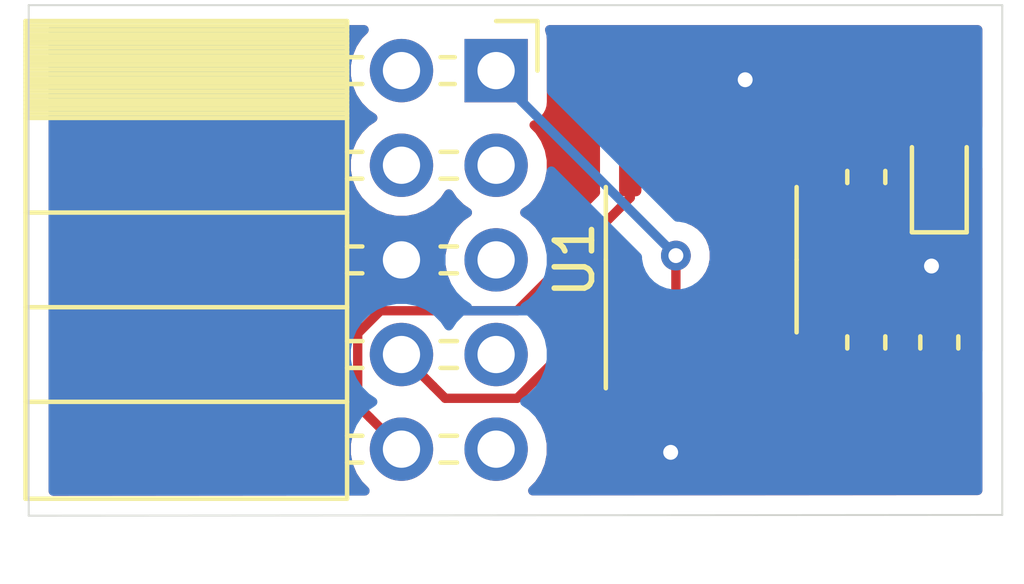
<source format=kicad_pcb>
(kicad_pcb (version 20171130) (host pcbnew 5.1.5)

  (general
    (thickness 1.6)
    (drawings 6)
    (tracks 36)
    (zones 0)
    (modules 6)
    (nets 16)
  )

  (page USLetter)
  (title_block
    (title "Cluster LUKS Key")
    (date 2019-12-26)
    (rev v01)
    (company "Brian Salcedo")
  )

  (layers
    (0 F.Cu signal)
    (31 B.Cu signal)
    (32 B.Adhes user)
    (33 F.Adhes user)
    (34 B.Paste user)
    (35 F.Paste user)
    (36 B.SilkS user)
    (37 F.SilkS user)
    (38 B.Mask user)
    (39 F.Mask user)
    (40 Dwgs.User user)
    (41 Cmts.User user)
    (42 Eco1.User user)
    (43 Eco2.User user)
    (44 Edge.Cuts user)
    (45 Margin user)
    (46 B.CrtYd user)
    (47 F.CrtYd user)
    (48 B.Fab user)
    (49 F.Fab user)
  )

  (setup
    (last_trace_width 0.25)
    (user_trace_width 0.125)
    (user_trace_width 0.2)
    (trace_clearance 0.2)
    (zone_clearance 0.508)
    (zone_45_only no)
    (trace_min 0.0889)
    (via_size 0.8)
    (via_drill 0.4)
    (via_min_size 0.4)
    (via_min_drill 0.3)
    (uvia_size 0.3)
    (uvia_drill 0.1)
    (uvias_allowed no)
    (uvia_min_size 0.2)
    (uvia_min_drill 0.1)
    (edge_width 0.05)
    (segment_width 0.2)
    (pcb_text_width 0.3)
    (pcb_text_size 1.5 1.5)
    (mod_edge_width 0.12)
    (mod_text_size 1 1)
    (mod_text_width 0.15)
    (pad_size 1.524 1.524)
    (pad_drill 0.762)
    (pad_to_mask_clearance 0.051)
    (solder_mask_min_width 0.25)
    (aux_axis_origin 0 0)
    (visible_elements FFFFFF7F)
    (pcbplotparams
      (layerselection 0x010fc_ffffffff)
      (usegerberextensions false)
      (usegerberattributes false)
      (usegerberadvancedattributes false)
      (creategerberjobfile false)
      (excludeedgelayer true)
      (linewidth 0.100000)
      (plotframeref false)
      (viasonmask false)
      (mode 1)
      (useauxorigin false)
      (hpglpennumber 1)
      (hpglpenspeed 20)
      (hpglpendiameter 15.000000)
      (psnegative false)
      (psa4output false)
      (plotreference true)
      (plotvalue true)
      (plotinvisibletext false)
      (padsonsilk false)
      (subtractmaskfromsilk false)
      (outputformat 1)
      (mirror false)
      (drillshape 0)
      (scaleselection 1)
      (outputdirectory ""))
  )

  (net 0 "")
  (net 1 GND)
  (net 2 +3V3)
  (net 3 "Net-(D1-Pad2)")
  (net 4 /USART1_TX)
  (net 5 /USART1_RX)
  (net 6 "Net-(J1-Pad7)")
  (net 7 "Net-(J1-Pad5)")
  (net 8 "Net-(J1-Pad4)")
  (net 9 "Net-(J1-Pad3)")
  (net 10 "Net-(J1-Pad2)")
  (net 11 /PA12)
  (net 12 /PA13)
  (net 13 /PB0)
  (net 14 /PF2)
  (net 15 "Net-(J1-Pad9)")

  (net_class Default "This is the default net class."
    (clearance 0.2)
    (trace_width 0.25)
    (via_dia 0.8)
    (via_drill 0.4)
    (uvia_dia 0.3)
    (uvia_drill 0.1)
    (add_net +3V3)
    (add_net /PA12)
    (add_net /PA13)
    (add_net /PB0)
    (add_net /PF2)
    (add_net /USART1_RX)
    (add_net /USART1_TX)
    (add_net GND)
    (add_net "Net-(D1-Pad2)")
    (add_net "Net-(J1-Pad2)")
    (add_net "Net-(J1-Pad3)")
    (add_net "Net-(J1-Pad4)")
    (add_net "Net-(J1-Pad5)")
    (add_net "Net-(J1-Pad7)")
    (add_net "Net-(J1-Pad9)")
  )

  (module Capacitor_SMD:C_0603_1608Metric (layer F.Cu) (tedit 5B301BBE) (tstamp 5E095114)
    (at 167.21 103.05 90)
    (descr "Capacitor SMD 0603 (1608 Metric), square (rectangular) end terminal, IPC_7351 nominal, (Body size source: http://www.tortai-tech.com/upload/download/2011102023233369053.pdf), generated with kicad-footprint-generator")
    (tags capacitor)
    (path /5EB1D4FB)
    (attr smd)
    (fp_text reference C1 (at 0 -1.43 90) (layer F.SilkS) hide
      (effects (font (size 1 1) (thickness 0.15)))
    )
    (fp_text value 4.7uF (at 0 1.43 90) (layer F.Fab)
      (effects (font (size 1 1) (thickness 0.15)))
    )
    (fp_line (start -0.8 0.4) (end -0.8 -0.4) (layer F.Fab) (width 0.1))
    (fp_line (start -0.8 -0.4) (end 0.8 -0.4) (layer F.Fab) (width 0.1))
    (fp_line (start 0.8 -0.4) (end 0.8 0.4) (layer F.Fab) (width 0.1))
    (fp_line (start 0.8 0.4) (end -0.8 0.4) (layer F.Fab) (width 0.1))
    (fp_line (start -0.162779 -0.51) (end 0.162779 -0.51) (layer F.SilkS) (width 0.12))
    (fp_line (start -0.162779 0.51) (end 0.162779 0.51) (layer F.SilkS) (width 0.12))
    (fp_line (start -1.48 0.73) (end -1.48 -0.73) (layer F.CrtYd) (width 0.05))
    (fp_line (start -1.48 -0.73) (end 1.48 -0.73) (layer F.CrtYd) (width 0.05))
    (fp_line (start 1.48 -0.73) (end 1.48 0.73) (layer F.CrtYd) (width 0.05))
    (fp_line (start 1.48 0.73) (end -1.48 0.73) (layer F.CrtYd) (width 0.05))
    (fp_text user %R (at 0 0 90) (layer F.Fab)
      (effects (font (size 0.4 0.4) (thickness 0.06)))
    )
    (pad 1 smd roundrect (at -0.7875 0 90) (size 0.875 0.95) (layers F.Cu F.Paste F.Mask) (roundrect_rratio 0.25)
      (net 2 +3V3))
    (pad 2 smd roundrect (at 0.7875 0 90) (size 0.875 0.95) (layers F.Cu F.Paste F.Mask) (roundrect_rratio 0.25)
      (net 1 GND))
    (model ${KISYS3DMOD}/Capacitor_SMD.3dshapes/C_0603_1608Metric.wrl
      (at (xyz 0 0 0))
      (scale (xyz 1 1 1))
      (rotate (xyz 0 0 0))
    )
  )

  (module Capacitor_SMD:C_0603_1608Metric (layer F.Cu) (tedit 5B301BBE) (tstamp 5E094DA3)
    (at 165.25 103.05 90)
    (descr "Capacitor SMD 0603 (1608 Metric), square (rectangular) end terminal, IPC_7351 nominal, (Body size source: http://www.tortai-tech.com/upload/download/2011102023233369053.pdf), generated with kicad-footprint-generator")
    (tags capacitor)
    (path /5EB1D6E1)
    (attr smd)
    (fp_text reference C2 (at 0 -1.43 90) (layer F.SilkS) hide
      (effects (font (size 1 1) (thickness 0.15)))
    )
    (fp_text value 0.1uF (at 0 1.43 90) (layer F.Fab)
      (effects (font (size 1 1) (thickness 0.15)))
    )
    (fp_text user %R (at 0 0 90) (layer F.Fab)
      (effects (font (size 0.4 0.4) (thickness 0.06)))
    )
    (fp_line (start 1.48 0.73) (end -1.48 0.73) (layer F.CrtYd) (width 0.05))
    (fp_line (start 1.48 -0.73) (end 1.48 0.73) (layer F.CrtYd) (width 0.05))
    (fp_line (start -1.48 -0.73) (end 1.48 -0.73) (layer F.CrtYd) (width 0.05))
    (fp_line (start -1.48 0.73) (end -1.48 -0.73) (layer F.CrtYd) (width 0.05))
    (fp_line (start -0.162779 0.51) (end 0.162779 0.51) (layer F.SilkS) (width 0.12))
    (fp_line (start -0.162779 -0.51) (end 0.162779 -0.51) (layer F.SilkS) (width 0.12))
    (fp_line (start 0.8 0.4) (end -0.8 0.4) (layer F.Fab) (width 0.1))
    (fp_line (start 0.8 -0.4) (end 0.8 0.4) (layer F.Fab) (width 0.1))
    (fp_line (start -0.8 -0.4) (end 0.8 -0.4) (layer F.Fab) (width 0.1))
    (fp_line (start -0.8 0.4) (end -0.8 -0.4) (layer F.Fab) (width 0.1))
    (pad 2 smd roundrect (at 0.7875 0 90) (size 0.875 0.95) (layers F.Cu F.Paste F.Mask) (roundrect_rratio 0.25)
      (net 1 GND))
    (pad 1 smd roundrect (at -0.7875 0 90) (size 0.875 0.95) (layers F.Cu F.Paste F.Mask) (roundrect_rratio 0.25)
      (net 2 +3V3))
    (model ${KISYS3DMOD}/Capacitor_SMD.3dshapes/C_0603_1608Metric.wrl
      (at (xyz 0 0 0))
      (scale (xyz 1 1 1))
      (rotate (xyz 0 0 0))
    )
  )

  (module LED_SMD:LED_0603_1608Metric (layer F.Cu) (tedit 5B301BBE) (tstamp 5E094DB6)
    (at 167.21 98.61 90)
    (descr "LED SMD 0603 (1608 Metric), square (rectangular) end terminal, IPC_7351 nominal, (Body size source: http://www.tortai-tech.com/upload/download/2011102023233369053.pdf), generated with kicad-footprint-generator")
    (tags diode)
    (path /5EB23070)
    (attr smd)
    (fp_text reference D1 (at 0 -1.43 90) (layer F.SilkS) hide
      (effects (font (size 1 1) (thickness 0.15)))
    )
    (fp_text value Blue (at 0 1.43 90) (layer F.Fab)
      (effects (font (size 1 1) (thickness 0.15)))
    )
    (fp_line (start 0.8 -0.4) (end -0.5 -0.4) (layer F.Fab) (width 0.1))
    (fp_line (start -0.5 -0.4) (end -0.8 -0.1) (layer F.Fab) (width 0.1))
    (fp_line (start -0.8 -0.1) (end -0.8 0.4) (layer F.Fab) (width 0.1))
    (fp_line (start -0.8 0.4) (end 0.8 0.4) (layer F.Fab) (width 0.1))
    (fp_line (start 0.8 0.4) (end 0.8 -0.4) (layer F.Fab) (width 0.1))
    (fp_line (start 0.8 -0.735) (end -1.485 -0.735) (layer F.SilkS) (width 0.12))
    (fp_line (start -1.485 -0.735) (end -1.485 0.735) (layer F.SilkS) (width 0.12))
    (fp_line (start -1.485 0.735) (end 0.8 0.735) (layer F.SilkS) (width 0.12))
    (fp_line (start -1.48 0.73) (end -1.48 -0.73) (layer F.CrtYd) (width 0.05))
    (fp_line (start -1.48 -0.73) (end 1.48 -0.73) (layer F.CrtYd) (width 0.05))
    (fp_line (start 1.48 -0.73) (end 1.48 0.73) (layer F.CrtYd) (width 0.05))
    (fp_line (start 1.48 0.73) (end -1.48 0.73) (layer F.CrtYd) (width 0.05))
    (fp_text user %R (at 0 0 90) (layer F.Fab)
      (effects (font (size 0.4 0.4) (thickness 0.06)))
    )
    (pad 1 smd roundrect (at -0.7875 0 90) (size 0.875 0.95) (layers F.Cu F.Paste F.Mask) (roundrect_rratio 0.25)
      (net 1 GND))
    (pad 2 smd roundrect (at 0.7875 0 90) (size 0.875 0.95) (layers F.Cu F.Paste F.Mask) (roundrect_rratio 0.25)
      (net 3 "Net-(D1-Pad2)"))
    (model ${KISYS3DMOD}/LED_SMD.3dshapes/LED_0603_1608Metric.wrl
      (at (xyz 0 0 0))
      (scale (xyz 1 1 1))
      (rotate (xyz 0 0 0))
    )
  )

  (module Connector_PinSocket_2.54mm:PinSocket_2x05_P2.54mm_Horizontal (layer F.Cu) (tedit 5A19A422) (tstamp 5E094E10)
    (at 155.315001 95.755001)
    (descr "Through hole angled socket strip, 2x05, 2.54mm pitch, 8.51mm socket length, double cols (from Kicad 4.0.7), script generated")
    (tags "Through hole angled socket strip THT 2x05 2.54mm double row")
    (path /5EB3232E)
    (fp_text reference J1 (at -5.65 -2.77) (layer F.SilkS) hide
      (effects (font (size 1 1) (thickness 0.15)))
    )
    (fp_text value "PI-2 Bus" (at -5.65 12.93) (layer F.Fab)
      (effects (font (size 1 1) (thickness 0.15)))
    )
    (fp_line (start -12.57 -1.27) (end -5.03 -1.27) (layer F.Fab) (width 0.1))
    (fp_line (start -5.03 -1.27) (end -4.06 -0.3) (layer F.Fab) (width 0.1))
    (fp_line (start -4.06 -0.3) (end -4.06 11.43) (layer F.Fab) (width 0.1))
    (fp_line (start -4.06 11.43) (end -12.57 11.43) (layer F.Fab) (width 0.1))
    (fp_line (start -12.57 11.43) (end -12.57 -1.27) (layer F.Fab) (width 0.1))
    (fp_line (start 0 -0.3) (end -4.06 -0.3) (layer F.Fab) (width 0.1))
    (fp_line (start -4.06 0.3) (end 0 0.3) (layer F.Fab) (width 0.1))
    (fp_line (start 0 0.3) (end 0 -0.3) (layer F.Fab) (width 0.1))
    (fp_line (start 0 2.24) (end -4.06 2.24) (layer F.Fab) (width 0.1))
    (fp_line (start -4.06 2.84) (end 0 2.84) (layer F.Fab) (width 0.1))
    (fp_line (start 0 2.84) (end 0 2.24) (layer F.Fab) (width 0.1))
    (fp_line (start 0 4.78) (end -4.06 4.78) (layer F.Fab) (width 0.1))
    (fp_line (start -4.06 5.38) (end 0 5.38) (layer F.Fab) (width 0.1))
    (fp_line (start 0 5.38) (end 0 4.78) (layer F.Fab) (width 0.1))
    (fp_line (start 0 7.32) (end -4.06 7.32) (layer F.Fab) (width 0.1))
    (fp_line (start -4.06 7.92) (end 0 7.92) (layer F.Fab) (width 0.1))
    (fp_line (start 0 7.92) (end 0 7.32) (layer F.Fab) (width 0.1))
    (fp_line (start 0 9.86) (end -4.06 9.86) (layer F.Fab) (width 0.1))
    (fp_line (start -4.06 10.46) (end 0 10.46) (layer F.Fab) (width 0.1))
    (fp_line (start 0 10.46) (end 0 9.86) (layer F.Fab) (width 0.1))
    (fp_line (start -12.63 -1.21) (end -4 -1.21) (layer F.SilkS) (width 0.12))
    (fp_line (start -12.63 -1.091905) (end -4 -1.091905) (layer F.SilkS) (width 0.12))
    (fp_line (start -12.63 -0.97381) (end -4 -0.97381) (layer F.SilkS) (width 0.12))
    (fp_line (start -12.63 -0.855715) (end -4 -0.855715) (layer F.SilkS) (width 0.12))
    (fp_line (start -12.63 -0.73762) (end -4 -0.73762) (layer F.SilkS) (width 0.12))
    (fp_line (start -12.63 -0.619525) (end -4 -0.619525) (layer F.SilkS) (width 0.12))
    (fp_line (start -12.63 -0.50143) (end -4 -0.50143) (layer F.SilkS) (width 0.12))
    (fp_line (start -12.63 -0.383335) (end -4 -0.383335) (layer F.SilkS) (width 0.12))
    (fp_line (start -12.63 -0.26524) (end -4 -0.26524) (layer F.SilkS) (width 0.12))
    (fp_line (start -12.63 -0.147145) (end -4 -0.147145) (layer F.SilkS) (width 0.12))
    (fp_line (start -12.63 -0.02905) (end -4 -0.02905) (layer F.SilkS) (width 0.12))
    (fp_line (start -12.63 0.089045) (end -4 0.089045) (layer F.SilkS) (width 0.12))
    (fp_line (start -12.63 0.20714) (end -4 0.20714) (layer F.SilkS) (width 0.12))
    (fp_line (start -12.63 0.325235) (end -4 0.325235) (layer F.SilkS) (width 0.12))
    (fp_line (start -12.63 0.44333) (end -4 0.44333) (layer F.SilkS) (width 0.12))
    (fp_line (start -12.63 0.561425) (end -4 0.561425) (layer F.SilkS) (width 0.12))
    (fp_line (start -12.63 0.67952) (end -4 0.67952) (layer F.SilkS) (width 0.12))
    (fp_line (start -12.63 0.797615) (end -4 0.797615) (layer F.SilkS) (width 0.12))
    (fp_line (start -12.63 0.91571) (end -4 0.91571) (layer F.SilkS) (width 0.12))
    (fp_line (start -12.63 1.033805) (end -4 1.033805) (layer F.SilkS) (width 0.12))
    (fp_line (start -12.63 1.1519) (end -4 1.1519) (layer F.SilkS) (width 0.12))
    (fp_line (start -4 -0.36) (end -3.59 -0.36) (layer F.SilkS) (width 0.12))
    (fp_line (start -1.49 -0.36) (end -1.11 -0.36) (layer F.SilkS) (width 0.12))
    (fp_line (start -4 0.36) (end -3.59 0.36) (layer F.SilkS) (width 0.12))
    (fp_line (start -1.49 0.36) (end -1.11 0.36) (layer F.SilkS) (width 0.12))
    (fp_line (start -4 2.18) (end -3.59 2.18) (layer F.SilkS) (width 0.12))
    (fp_line (start -1.49 2.18) (end -1.05 2.18) (layer F.SilkS) (width 0.12))
    (fp_line (start -4 2.9) (end -3.59 2.9) (layer F.SilkS) (width 0.12))
    (fp_line (start -1.49 2.9) (end -1.05 2.9) (layer F.SilkS) (width 0.12))
    (fp_line (start -4 4.72) (end -3.59 4.72) (layer F.SilkS) (width 0.12))
    (fp_line (start -1.49 4.72) (end -1.05 4.72) (layer F.SilkS) (width 0.12))
    (fp_line (start -4 5.44) (end -3.59 5.44) (layer F.SilkS) (width 0.12))
    (fp_line (start -1.49 5.44) (end -1.05 5.44) (layer F.SilkS) (width 0.12))
    (fp_line (start -4 7.26) (end -3.59 7.26) (layer F.SilkS) (width 0.12))
    (fp_line (start -1.49 7.26) (end -1.05 7.26) (layer F.SilkS) (width 0.12))
    (fp_line (start -4 7.98) (end -3.59 7.98) (layer F.SilkS) (width 0.12))
    (fp_line (start -1.49 7.98) (end -1.05 7.98) (layer F.SilkS) (width 0.12))
    (fp_line (start -4 9.8) (end -3.59 9.8) (layer F.SilkS) (width 0.12))
    (fp_line (start -1.49 9.8) (end -1.05 9.8) (layer F.SilkS) (width 0.12))
    (fp_line (start -4 10.52) (end -3.59 10.52) (layer F.SilkS) (width 0.12))
    (fp_line (start -1.49 10.52) (end -1.05 10.52) (layer F.SilkS) (width 0.12))
    (fp_line (start -12.63 1.27) (end -4 1.27) (layer F.SilkS) (width 0.12))
    (fp_line (start -12.63 3.81) (end -4 3.81) (layer F.SilkS) (width 0.12))
    (fp_line (start -12.63 6.35) (end -4 6.35) (layer F.SilkS) (width 0.12))
    (fp_line (start -12.63 8.89) (end -4 8.89) (layer F.SilkS) (width 0.12))
    (fp_line (start -12.63 -1.33) (end -4 -1.33) (layer F.SilkS) (width 0.12))
    (fp_line (start -4 -1.33) (end -4 11.49) (layer F.SilkS) (width 0.12))
    (fp_line (start -12.63 11.49) (end -4 11.49) (layer F.SilkS) (width 0.12))
    (fp_line (start -12.63 -1.33) (end -12.63 11.49) (layer F.SilkS) (width 0.12))
    (fp_line (start 1.11 -1.33) (end 1.11 0) (layer F.SilkS) (width 0.12))
    (fp_line (start 0 -1.33) (end 1.11 -1.33) (layer F.SilkS) (width 0.12))
    (fp_line (start 1.8 -1.75) (end -13.05 -1.75) (layer F.CrtYd) (width 0.05))
    (fp_line (start -13.05 -1.75) (end -13.05 11.95) (layer F.CrtYd) (width 0.05))
    (fp_line (start -13.05 11.95) (end 1.8 11.95) (layer F.CrtYd) (width 0.05))
    (fp_line (start 1.8 11.95) (end 1.8 -1.75) (layer F.CrtYd) (width 0.05))
    (fp_text user %R (at -8.315 5.08 90) (layer F.Fab)
      (effects (font (size 1 1) (thickness 0.15)))
    )
    (pad 1 thru_hole rect (at 0 0) (size 1.7 1.7) (drill 1) (layers *.Cu *.Mask)
      (net 2 +3V3))
    (pad 2 thru_hole oval (at -2.54 0) (size 1.7 1.7) (drill 1) (layers *.Cu *.Mask)
      (net 10 "Net-(J1-Pad2)"))
    (pad 3 thru_hole oval (at 0 2.54) (size 1.7 1.7) (drill 1) (layers *.Cu *.Mask)
      (net 9 "Net-(J1-Pad3)"))
    (pad 4 thru_hole oval (at -2.54 2.54) (size 1.7 1.7) (drill 1) (layers *.Cu *.Mask)
      (net 8 "Net-(J1-Pad4)"))
    (pad 5 thru_hole oval (at 0 5.08) (size 1.7 1.7) (drill 1) (layers *.Cu *.Mask)
      (net 7 "Net-(J1-Pad5)"))
    (pad 6 thru_hole oval (at -2.54 5.08) (size 1.7 1.7) (drill 1) (layers *.Cu *.Mask)
      (net 1 GND))
    (pad 7 thru_hole oval (at 0 7.62) (size 1.7 1.7) (drill 1) (layers *.Cu *.Mask)
      (net 6 "Net-(J1-Pad7)"))
    (pad 8 thru_hole oval (at -2.54 7.62) (size 1.7 1.7) (drill 1) (layers *.Cu *.Mask)
      (net 5 /USART1_RX))
    (pad 9 thru_hole oval (at 0 10.16) (size 1.7 1.7) (drill 1) (layers *.Cu *.Mask)
      (net 15 "Net-(J1-Pad9)"))
    (pad 10 thru_hole oval (at -2.54 10.16) (size 1.7 1.7) (drill 1) (layers *.Cu *.Mask)
      (net 4 /USART1_TX))
    (model ${KISYS3DMOD}/Connector_PinSocket_2.54mm.3dshapes/PinSocket_2x05_P2.54mm_Horizontal.wrl
      (at (xyz 0 0 0))
      (scale (xyz 1 1 1))
      (rotate (xyz 0 0 0))
    )
  )

  (module Resistor_SMD:R_0603_1608Metric (layer F.Cu) (tedit 5B301BBD) (tstamp 5E094E21)
    (at 165.25 98.61 270)
    (descr "Resistor SMD 0603 (1608 Metric), square (rectangular) end terminal, IPC_7351 nominal, (Body size source: http://www.tortai-tech.com/upload/download/2011102023233369053.pdf), generated with kicad-footprint-generator")
    (tags resistor)
    (path /5EB2209E)
    (attr smd)
    (fp_text reference R1 (at 0 -1.43 90) (layer F.SilkS) hide
      (effects (font (size 1 1) (thickness 0.15)))
    )
    (fp_text value 1K (at 0 1.43 90) (layer F.Fab)
      (effects (font (size 1 1) (thickness 0.15)))
    )
    (fp_line (start -0.8 0.4) (end -0.8 -0.4) (layer F.Fab) (width 0.1))
    (fp_line (start -0.8 -0.4) (end 0.8 -0.4) (layer F.Fab) (width 0.1))
    (fp_line (start 0.8 -0.4) (end 0.8 0.4) (layer F.Fab) (width 0.1))
    (fp_line (start 0.8 0.4) (end -0.8 0.4) (layer F.Fab) (width 0.1))
    (fp_line (start -0.162779 -0.51) (end 0.162779 -0.51) (layer F.SilkS) (width 0.12))
    (fp_line (start -0.162779 0.51) (end 0.162779 0.51) (layer F.SilkS) (width 0.12))
    (fp_line (start -1.48 0.73) (end -1.48 -0.73) (layer F.CrtYd) (width 0.05))
    (fp_line (start -1.48 -0.73) (end 1.48 -0.73) (layer F.CrtYd) (width 0.05))
    (fp_line (start 1.48 -0.73) (end 1.48 0.73) (layer F.CrtYd) (width 0.05))
    (fp_line (start 1.48 0.73) (end -1.48 0.73) (layer F.CrtYd) (width 0.05))
    (fp_text user %R (at 0 0 90) (layer F.Fab)
      (effects (font (size 0.4 0.4) (thickness 0.06)))
    )
    (pad 1 smd roundrect (at -0.7875 0 270) (size 0.875 0.95) (layers F.Cu F.Paste F.Mask) (roundrect_rratio 0.25)
      (net 3 "Net-(D1-Pad2)"))
    (pad 2 smd roundrect (at 0.7875 0 270) (size 0.875 0.95) (layers F.Cu F.Paste F.Mask) (roundrect_rratio 0.25)
      (net 11 /PA12))
    (model ${KISYS3DMOD}/Resistor_SMD.3dshapes/R_0603_1608Metric.wrl
      (at (xyz 0 0 0))
      (scale (xyz 1 1 1))
      (rotate (xyz 0 0 0))
    )
  )

  (module Package_SO:SO-8_3.9x4.9mm_P1.27mm (layer F.Cu) (tedit 5D9F72B1) (tstamp 5E094E3B)
    (at 160.82 100.83 90)
    (descr "SO, 8 Pin (https://www.nxp.com/docs/en/data-sheet/PCF8523.pdf), generated with kicad-footprint-generator ipc_gullwing_generator.py")
    (tags "SO SO")
    (path /5EB1D020)
    (attr smd)
    (fp_text reference U1 (at 0 -3.4 90) (layer F.SilkS)
      (effects (font (size 1 1) (thickness 0.15)))
    )
    (fp_text value STM32G030J6Mx (at 0 3.4 90) (layer F.Fab)
      (effects (font (size 1 1) (thickness 0.15)))
    )
    (fp_line (start 0 2.56) (end 1.95 2.56) (layer F.SilkS) (width 0.12))
    (fp_line (start 0 2.56) (end -1.95 2.56) (layer F.SilkS) (width 0.12))
    (fp_line (start 0 -2.56) (end 1.95 -2.56) (layer F.SilkS) (width 0.12))
    (fp_line (start 0 -2.56) (end -3.45 -2.56) (layer F.SilkS) (width 0.12))
    (fp_line (start -0.975 -2.45) (end 1.95 -2.45) (layer F.Fab) (width 0.1))
    (fp_line (start 1.95 -2.45) (end 1.95 2.45) (layer F.Fab) (width 0.1))
    (fp_line (start 1.95 2.45) (end -1.95 2.45) (layer F.Fab) (width 0.1))
    (fp_line (start -1.95 2.45) (end -1.95 -1.475) (layer F.Fab) (width 0.1))
    (fp_line (start -1.95 -1.475) (end -0.975 -2.45) (layer F.Fab) (width 0.1))
    (fp_line (start -3.7 -2.7) (end -3.7 2.7) (layer F.CrtYd) (width 0.05))
    (fp_line (start -3.7 2.7) (end 3.7 2.7) (layer F.CrtYd) (width 0.05))
    (fp_line (start 3.7 2.7) (end 3.7 -2.7) (layer F.CrtYd) (width 0.05))
    (fp_line (start 3.7 -2.7) (end -3.7 -2.7) (layer F.CrtYd) (width 0.05))
    (fp_text user %R (at 0 0 90) (layer F.Fab)
      (effects (font (size 0.98 0.98) (thickness 0.15)))
    )
    (pad 1 smd roundrect (at -2.575 -1.905 90) (size 1.75 0.6) (layers F.Cu F.Paste F.Mask) (roundrect_rratio 0.25)
      (net 5 /USART1_RX))
    (pad 2 smd roundrect (at -2.575 -0.635 90) (size 1.75 0.6) (layers F.Cu F.Paste F.Mask) (roundrect_rratio 0.25)
      (net 2 +3V3))
    (pad 3 smd roundrect (at -2.575 0.635 90) (size 1.75 0.6) (layers F.Cu F.Paste F.Mask) (roundrect_rratio 0.25)
      (net 1 GND))
    (pad 4 smd roundrect (at -2.575 1.905 90) (size 1.75 0.6) (layers F.Cu F.Paste F.Mask) (roundrect_rratio 0.25)
      (net 14 /PF2))
    (pad 5 smd roundrect (at 2.575 1.905 90) (size 1.75 0.6) (layers F.Cu F.Paste F.Mask) (roundrect_rratio 0.25)
      (net 13 /PB0))
    (pad 6 smd roundrect (at 2.575 0.635 90) (size 1.75 0.6) (layers F.Cu F.Paste F.Mask) (roundrect_rratio 0.25)
      (net 11 /PA12))
    (pad 7 smd roundrect (at 2.575 -0.635 90) (size 1.75 0.6) (layers F.Cu F.Paste F.Mask) (roundrect_rratio 0.25)
      (net 12 /PA13))
    (pad 8 smd roundrect (at 2.575 -1.905 90) (size 1.75 0.6) (layers F.Cu F.Paste F.Mask) (roundrect_rratio 0.25)
      (net 4 /USART1_TX))
    (model ${KISYS3DMOD}/Package_SO.3dshapes/SO-8_3.9x4.9mm_P1.27mm.wrl
      (at (xyz 0 0 0))
      (scale (xyz 1 1 1))
      (rotate (xyz 0 0 0))
    )
  )

  (gr_line (start 142.78 94) (end 142.77 94) (layer Edge.Cuts) (width 0.05) (tstamp 5E095502))
  (gr_line (start 168.9 94) (end 168.9 94.03) (layer Edge.Cuts) (width 0.05) (tstamp 5E0954FB))
  (gr_line (start 168.9 94) (end 142.78 94) (layer Edge.Cuts) (width 0.05))
  (gr_line (start 168.9 107.68) (end 168.9 94.03) (layer Edge.Cuts) (width 0.05))
  (gr_line (start 142.77 107.7) (end 168.9 107.68) (layer Edge.Cuts) (width 0.05))
  (gr_line (start 142.77 94) (end 142.77 107.7) (layer Edge.Cuts) (width 0.05))

  (via (at 160 106) (size 0.8) (drill 0.4) (layers F.Cu B.Cu) (net 1))
  (via (at 167 101) (size 0.8) (drill 0.4) (layers F.Cu B.Cu) (net 1))
  (segment (start 156.2 102.2) (end 159.600001 105.600001) (width 0.25) (layer B.Cu) (net 1))
  (segment (start 159.600001 105.600001) (end 160 106) (width 0.25) (layer B.Cu) (net 1))
  (segment (start 154.14 102.2) (end 156.2 102.2) (width 0.25) (layer B.Cu) (net 1))
  (segment (start 152.775001 100.835001) (end 154.14 102.2) (width 0.25) (layer B.Cu) (net 1))
  (via (at 162 96) (size 0.8) (drill 0.4) (layers F.Cu B.Cu) (net 1))
  (via (at 160.14 100.72) (size 0.8) (drill 0.4) (layers F.Cu B.Cu) (net 2))
  (segment (start 167.21 103.8375) (end 165.25 103.8375) (width 0.25) (layer F.Cu) (net 2))
  (segment (start 160.51001 102.20499) (end 160.185 102.53) (width 0.25) (layer F.Cu) (net 2))
  (segment (start 163.14249 102.20499) (end 160.51001 102.20499) (width 0.25) (layer F.Cu) (net 2))
  (segment (start 164.775 103.8375) (end 163.14249 102.20499) (width 0.25) (layer F.Cu) (net 2))
  (segment (start 160.185 102.53) (end 160.185 103.405) (width 0.25) (layer F.Cu) (net 2))
  (segment (start 165.25 103.8375) (end 164.775 103.8375) (width 0.25) (layer F.Cu) (net 2))
  (segment (start 160.14 103.36) (end 160.185 103.405) (width 0.25) (layer F.Cu) (net 2))
  (segment (start 160.14 100.72) (end 160.14 103.36) (width 0.25) (layer F.Cu) (net 2))
  (segment (start 155.315001 95.895001) (end 155.315001 95.755001) (width 0.25) (layer B.Cu) (net 2))
  (segment (start 160.14 100.72) (end 155.315001 95.895001) (width 0.25) (layer B.Cu) (net 2))
  (segment (start 165.25 97.8225) (end 167.21 97.8225) (width 0.25) (layer F.Cu) (net 3))
  (segment (start 151.925002 105.065002) (end 152.775001 105.915001) (width 0.25) (layer F.Cu) (net 4))
  (segment (start 151.6 102.811) (end 151.6 104.74) (width 0.25) (layer F.Cu) (net 4))
  (segment (start 152.211 102.2) (end 151.6 102.811) (width 0.25) (layer F.Cu) (net 4))
  (segment (start 155.879002 102.2) (end 152.211 102.2) (width 0.25) (layer F.Cu) (net 4))
  (segment (start 158.915 99.164002) (end 155.879002 102.2) (width 0.25) (layer F.Cu) (net 4))
  (segment (start 151.6 104.74) (end 151.925002 105.065002) (width 0.25) (layer F.Cu) (net 4))
  (segment (start 158.915 98.255) (end 158.915 99.164002) (width 0.25) (layer F.Cu) (net 4))
  (segment (start 153.625 104.225) (end 152.775001 103.375001) (width 0.25) (layer F.Cu) (net 5))
  (segment (start 155.879002 104.550002) (end 153.950002 104.550002) (width 0.25) (layer F.Cu) (net 5))
  (segment (start 153.950002 104.550002) (end 153.625 104.225) (width 0.25) (layer F.Cu) (net 5))
  (segment (start 157.024004 103.405) (end 155.879002 104.550002) (width 0.25) (layer F.Cu) (net 5))
  (segment (start 158.915 103.405) (end 157.024004 103.405) (width 0.25) (layer F.Cu) (net 5))
  (segment (start 164.71749 99.45501) (end 164.775 99.3975) (width 0.25) (layer F.Cu) (net 11))
  (segment (start 164.775 99.3975) (end 165.25 99.3975) (width 0.25) (layer F.Cu) (net 11))
  (segment (start 161.78001 99.45501) (end 164.71749 99.45501) (width 0.25) (layer F.Cu) (net 11))
  (segment (start 161.455 99.13) (end 161.78001 99.45501) (width 0.25) (layer F.Cu) (net 11))
  (segment (start 161.455 98.255) (end 161.455 99.13) (width 0.25) (layer F.Cu) (net 11))

  (zone (net 1) (net_name GND) (layer F.Cu) (tstamp 5E09578B) (hatch edge 0.508)
    (connect_pads yes (clearance 0.508))
    (min_thickness 0.254)
    (fill yes (arc_segments 32) (thermal_gap 0.508) (thermal_bridge_width 0.508))
    (polygon
      (pts
        (xy 169.04 93.87) (xy 169.04 107.8) (xy 142.48 107.83) (xy 142.47 93.86)
      )
    )
    (filled_polygon
      (pts
        (xy 151.621526 94.808369) (xy 151.459011 95.05159) (xy 151.347069 95.321843) (xy 151.290001 95.608741) (xy 151.290001 95.901261)
        (xy 151.347069 96.188159) (xy 151.459011 96.458412) (xy 151.621526 96.701633) (xy 151.828369 96.908476) (xy 152.002761 97.025001)
        (xy 151.828369 97.141526) (xy 151.621526 97.348369) (xy 151.459011 97.59159) (xy 151.347069 97.861843) (xy 151.290001 98.148741)
        (xy 151.290001 98.441261) (xy 151.347069 98.728159) (xy 151.459011 98.998412) (xy 151.621526 99.241633) (xy 151.828369 99.448476)
        (xy 152.07159 99.610991) (xy 152.341843 99.722933) (xy 152.628741 99.780001) (xy 152.921261 99.780001) (xy 153.208159 99.722933)
        (xy 153.478412 99.610991) (xy 153.721633 99.448476) (xy 153.928476 99.241633) (xy 154.045001 99.067241) (xy 154.161526 99.241633)
        (xy 154.368369 99.448476) (xy 154.542761 99.565001) (xy 154.368369 99.681526) (xy 154.161526 99.888369) (xy 153.999011 100.13159)
        (xy 153.887069 100.401843) (xy 153.830001 100.688741) (xy 153.830001 100.981261) (xy 153.887069 101.268159) (xy 153.958248 101.44)
        (xy 152.248322 101.44) (xy 152.210999 101.436324) (xy 152.173676 101.44) (xy 152.173667 101.44) (xy 152.062014 101.450997)
        (xy 151.918753 101.494454) (xy 151.786724 101.565026) (xy 151.786722 101.565027) (xy 151.786723 101.565027) (xy 151.699996 101.636201)
        (xy 151.699992 101.636205) (xy 151.670999 101.659999) (xy 151.647205 101.688992) (xy 151.089002 102.247197) (xy 151.059999 102.270999)
        (xy 151.004871 102.338174) (xy 150.965026 102.386724) (xy 150.942766 102.428369) (xy 150.894454 102.518754) (xy 150.850997 102.662015)
        (xy 150.84 102.773668) (xy 150.84 102.773678) (xy 150.836324 102.811) (xy 150.84 102.848323) (xy 150.840001 104.702668)
        (xy 150.836324 104.74) (xy 150.840001 104.777333) (xy 150.850998 104.888986) (xy 150.858304 104.913072) (xy 150.894454 105.032246)
        (xy 150.965026 105.164276) (xy 151.036201 105.251002) (xy 151.06 105.280001) (xy 151.088998 105.303799) (xy 151.333792 105.548593)
        (xy 151.290001 105.768741) (xy 151.290001 106.061261) (xy 151.347069 106.348159) (xy 151.459011 106.618412) (xy 151.621526 106.861633)
        (xy 151.792987 107.033094) (xy 143.43 107.039496) (xy 143.43 94.66) (xy 151.769895 94.66)
      )
    )
    (filled_polygon
      (pts
        (xy 161.786928 104.13) (xy 161.802071 104.283745) (xy 161.846916 104.431582) (xy 161.919742 104.567829) (xy 162.017749 104.687251)
        (xy 162.137171 104.785258) (xy 162.273418 104.858084) (xy 162.421255 104.902929) (xy 162.575 104.918072) (xy 162.875 104.918072)
        (xy 163.028745 104.902929) (xy 163.176582 104.858084) (xy 163.312829 104.785258) (xy 163.432251 104.687251) (xy 163.530258 104.567829)
        (xy 163.603084 104.431582) (xy 163.647929 104.283745) (xy 163.663072 104.13) (xy 163.663072 103.800374) (xy 164.18269 104.319992)
        (xy 164.20215 104.384142) (xy 164.281329 104.532275) (xy 164.387885 104.662115) (xy 164.517725 104.768671) (xy 164.665858 104.84785)
        (xy 164.826592 104.896608) (xy 164.99375 104.913072) (xy 165.50625 104.913072) (xy 165.673408 104.896608) (xy 165.834142 104.84785)
        (xy 165.982275 104.768671) (xy 166.112115 104.662115) (xy 166.165143 104.5975) (xy 166.294857 104.5975) (xy 166.347885 104.662115)
        (xy 166.477725 104.768671) (xy 166.625858 104.84785) (xy 166.786592 104.896608) (xy 166.95375 104.913072) (xy 167.46625 104.913072)
        (xy 167.633408 104.896608) (xy 167.794142 104.84785) (xy 167.942275 104.768671) (xy 168.072115 104.662115) (xy 168.178671 104.532275)
        (xy 168.24 104.417536) (xy 168.24 107.020506) (xy 156.300465 107.029644) (xy 156.468476 106.861633) (xy 156.630991 106.618412)
        (xy 156.742933 106.348159) (xy 156.800001 106.061261) (xy 156.800001 105.768741) (xy 156.742933 105.481843) (xy 156.630991 105.21159)
        (xy 156.495296 105.008509) (xy 157.338806 104.165) (xy 157.980375 104.165) (xy 157.992071 104.283745) (xy 158.036916 104.431582)
        (xy 158.109742 104.567829) (xy 158.207749 104.687251) (xy 158.327171 104.785258) (xy 158.463418 104.858084) (xy 158.611255 104.902929)
        (xy 158.765 104.918072) (xy 159.065 104.918072) (xy 159.218745 104.902929) (xy 159.366582 104.858084) (xy 159.502829 104.785258)
        (xy 159.55 104.746546) (xy 159.597171 104.785258) (xy 159.733418 104.858084) (xy 159.881255 104.902929) (xy 160.035 104.918072)
        (xy 160.335 104.918072) (xy 160.488745 104.902929) (xy 160.636582 104.858084) (xy 160.772829 104.785258) (xy 160.892251 104.687251)
        (xy 160.990258 104.567829) (xy 161.063084 104.431582) (xy 161.107929 104.283745) (xy 161.123072 104.13) (xy 161.123072 102.96499)
        (xy 161.786928 102.96499)
      )
    )
    (filled_polygon
      (pts
        (xy 168.24 103.257464) (xy 168.178671 103.142725) (xy 168.072115 103.012885) (xy 167.942275 102.906329) (xy 167.794142 102.82715)
        (xy 167.633408 102.778392) (xy 167.46625 102.761928) (xy 166.95375 102.761928) (xy 166.786592 102.778392) (xy 166.625858 102.82715)
        (xy 166.477725 102.906329) (xy 166.347885 103.012885) (xy 166.294857 103.0775) (xy 166.165143 103.0775) (xy 166.112115 103.012885)
        (xy 165.982275 102.906329) (xy 165.834142 102.82715) (xy 165.673408 102.778392) (xy 165.50625 102.761928) (xy 164.99375 102.761928)
        (xy 164.826592 102.778392) (xy 164.799049 102.786747) (xy 163.706294 101.693993) (xy 163.682491 101.664989) (xy 163.566766 101.570016)
        (xy 163.434737 101.499444) (xy 163.291476 101.455987) (xy 163.179823 101.44499) (xy 163.179812 101.44499) (xy 163.14249 101.441314)
        (xy 163.105168 101.44499) (xy 160.9 101.44499) (xy 160.9 101.423711) (xy 160.943937 101.379774) (xy 161.057205 101.210256)
        (xy 161.135226 101.021898) (xy 161.175 100.821939) (xy 161.175 100.618061) (xy 161.135226 100.418102) (xy 161.057205 100.229744)
        (xy 160.943937 100.060226) (xy 160.799774 99.916063) (xy 160.630256 99.802795) (xy 160.500939 99.74923) (xy 160.636582 99.708084)
        (xy 160.772829 99.635258) (xy 160.82 99.596546) (xy 160.867171 99.635258) (xy 160.901582 99.653651) (xy 160.915 99.670001)
        (xy 160.943998 99.693799) (xy 161.216206 99.966007) (xy 161.240009 99.995011) (xy 161.355734 100.089984) (xy 161.461472 100.146503)
        (xy 161.487763 100.160556) (xy 161.631024 100.204013) (xy 161.78001 100.218687) (xy 161.817343 100.21501) (xy 164.382054 100.21501)
        (xy 164.387885 100.222115) (xy 164.517725 100.328671) (xy 164.665858 100.40785) (xy 164.826592 100.456608) (xy 164.99375 100.473072)
        (xy 165.50625 100.473072) (xy 165.673408 100.456608) (xy 165.834142 100.40785) (xy 165.982275 100.328671) (xy 166.112115 100.222115)
        (xy 166.218671 100.092275) (xy 166.29785 99.944142) (xy 166.346608 99.783408) (xy 166.363072 99.61625) (xy 166.363072 99.17875)
        (xy 166.346608 99.011592) (xy 166.29785 98.850858) (xy 166.218671 98.702725) (xy 166.142574 98.61) (xy 166.165143 98.5825)
        (xy 166.294857 98.5825) (xy 166.347885 98.647115) (xy 166.477725 98.753671) (xy 166.625858 98.83285) (xy 166.786592 98.881608)
        (xy 166.95375 98.898072) (xy 167.46625 98.898072) (xy 167.633408 98.881608) (xy 167.794142 98.83285) (xy 167.942275 98.753671)
        (xy 168.072115 98.647115) (xy 168.178671 98.517275) (xy 168.240001 98.402536)
      )
    )
    (filled_polygon
      (pts
        (xy 168.240001 97.242465) (xy 168.178671 97.127725) (xy 168.072115 96.997885) (xy 167.942275 96.891329) (xy 167.794142 96.81215)
        (xy 167.633408 96.763392) (xy 167.46625 96.746928) (xy 166.95375 96.746928) (xy 166.786592 96.763392) (xy 166.625858 96.81215)
        (xy 166.477725 96.891329) (xy 166.347885 96.997885) (xy 166.294857 97.0625) (xy 166.165143 97.0625) (xy 166.112115 96.997885)
        (xy 165.982275 96.891329) (xy 165.834142 96.81215) (xy 165.673408 96.763392) (xy 165.50625 96.746928) (xy 164.99375 96.746928)
        (xy 164.826592 96.763392) (xy 164.665858 96.81215) (xy 164.517725 96.891329) (xy 164.387885 96.997885) (xy 164.281329 97.127725)
        (xy 164.20215 97.275858) (xy 164.153392 97.436592) (xy 164.136928 97.60375) (xy 164.136928 98.04125) (xy 164.153392 98.208408)
        (xy 164.20215 98.369142) (xy 164.281329 98.517275) (xy 164.357426 98.61) (xy 164.28766 98.69501) (xy 163.663072 98.69501)
        (xy 163.663072 97.53) (xy 163.647929 97.376255) (xy 163.603084 97.228418) (xy 163.530258 97.092171) (xy 163.432251 96.972749)
        (xy 163.312829 96.874742) (xy 163.176582 96.801916) (xy 163.028745 96.757071) (xy 162.875 96.741928) (xy 162.575 96.741928)
        (xy 162.421255 96.757071) (xy 162.273418 96.801916) (xy 162.137171 96.874742) (xy 162.09 96.913454) (xy 162.042829 96.874742)
        (xy 161.906582 96.801916) (xy 161.758745 96.757071) (xy 161.605 96.741928) (xy 161.305 96.741928) (xy 161.151255 96.757071)
        (xy 161.003418 96.801916) (xy 160.867171 96.874742) (xy 160.82 96.913454) (xy 160.772829 96.874742) (xy 160.636582 96.801916)
        (xy 160.488745 96.757071) (xy 160.335 96.741928) (xy 160.035 96.741928) (xy 159.881255 96.757071) (xy 159.733418 96.801916)
        (xy 159.597171 96.874742) (xy 159.55 96.913454) (xy 159.502829 96.874742) (xy 159.366582 96.801916) (xy 159.218745 96.757071)
        (xy 159.065 96.741928) (xy 158.765 96.741928) (xy 158.611255 96.757071) (xy 158.463418 96.801916) (xy 158.327171 96.874742)
        (xy 158.207749 96.972749) (xy 158.109742 97.092171) (xy 158.036916 97.228418) (xy 157.992071 97.376255) (xy 157.976928 97.53)
        (xy 157.976928 98.98) (xy 157.981167 99.023034) (xy 156.70176 100.302441) (xy 156.630991 100.13159) (xy 156.468476 99.888369)
        (xy 156.261633 99.681526) (xy 156.087241 99.565001) (xy 156.261633 99.448476) (xy 156.468476 99.241633) (xy 156.630991 98.998412)
        (xy 156.742933 98.728159) (xy 156.800001 98.441261) (xy 156.800001 98.148741) (xy 156.742933 97.861843) (xy 156.630991 97.59159)
        (xy 156.468476 97.348369) (xy 156.336621 97.216514) (xy 156.409181 97.194503) (xy 156.519495 97.135538) (xy 156.616186 97.056186)
        (xy 156.695538 96.959495) (xy 156.754503 96.849181) (xy 156.790813 96.729483) (xy 156.803073 96.605001) (xy 156.803073 94.905001)
        (xy 156.790813 94.780519) (xy 156.754503 94.660821) (xy 156.754064 94.66) (xy 168.240001 94.66)
      )
    )
  )
  (zone (net 1) (net_name GND) (layer B.Cu) (tstamp 5E095788) (hatch edge 0.508)
    (connect_pads yes (clearance 0.508))
    (min_thickness 0.254)
    (fill yes (arc_segments 32) (thermal_gap 0.508) (thermal_bridge_width 0.508))
    (polygon
      (pts
        (xy 169 108) (xy 142 108) (xy 142 94) (xy 169 94)
      )
    )
    (filled_polygon
      (pts
        (xy 151.621526 94.808369) (xy 151.459011 95.05159) (xy 151.347069 95.321843) (xy 151.290001 95.608741) (xy 151.290001 95.901261)
        (xy 151.347069 96.188159) (xy 151.459011 96.458412) (xy 151.621526 96.701633) (xy 151.828369 96.908476) (xy 152.002761 97.025001)
        (xy 151.828369 97.141526) (xy 151.621526 97.348369) (xy 151.459011 97.59159) (xy 151.347069 97.861843) (xy 151.290001 98.148741)
        (xy 151.290001 98.441261) (xy 151.347069 98.728159) (xy 151.459011 98.998412) (xy 151.621526 99.241633) (xy 151.828369 99.448476)
        (xy 152.07159 99.610991) (xy 152.341843 99.722933) (xy 152.628741 99.780001) (xy 152.921261 99.780001) (xy 153.208159 99.722933)
        (xy 153.478412 99.610991) (xy 153.721633 99.448476) (xy 153.928476 99.241633) (xy 154.045001 99.067241) (xy 154.161526 99.241633)
        (xy 154.368369 99.448476) (xy 154.542761 99.565001) (xy 154.368369 99.681526) (xy 154.161526 99.888369) (xy 153.999011 100.13159)
        (xy 153.887069 100.401843) (xy 153.830001 100.688741) (xy 153.830001 100.981261) (xy 153.887069 101.268159) (xy 153.999011 101.538412)
        (xy 154.161526 101.781633) (xy 154.368369 101.988476) (xy 154.542761 102.105001) (xy 154.368369 102.221526) (xy 154.161526 102.428369)
        (xy 154.045001 102.602761) (xy 153.928476 102.428369) (xy 153.721633 102.221526) (xy 153.478412 102.059011) (xy 153.208159 101.947069)
        (xy 152.921261 101.890001) (xy 152.628741 101.890001) (xy 152.341843 101.947069) (xy 152.07159 102.059011) (xy 151.828369 102.221526)
        (xy 151.621526 102.428369) (xy 151.459011 102.67159) (xy 151.347069 102.941843) (xy 151.290001 103.228741) (xy 151.290001 103.521261)
        (xy 151.347069 103.808159) (xy 151.459011 104.078412) (xy 151.621526 104.321633) (xy 151.828369 104.528476) (xy 152.002761 104.645001)
        (xy 151.828369 104.761526) (xy 151.621526 104.968369) (xy 151.459011 105.21159) (xy 151.347069 105.481843) (xy 151.290001 105.768741)
        (xy 151.290001 106.061261) (xy 151.347069 106.348159) (xy 151.459011 106.618412) (xy 151.621526 106.861633) (xy 151.792987 107.033094)
        (xy 143.43 107.039496) (xy 143.43 94.66) (xy 151.769895 94.66)
      )
    )
    (filled_polygon
      (pts
        (xy 168.24 107.020506) (xy 156.300465 107.029644) (xy 156.468476 106.861633) (xy 156.630991 106.618412) (xy 156.742933 106.348159)
        (xy 156.800001 106.061261) (xy 156.800001 105.768741) (xy 156.742933 105.481843) (xy 156.630991 105.21159) (xy 156.468476 104.968369)
        (xy 156.261633 104.761526) (xy 156.087241 104.645001) (xy 156.261633 104.528476) (xy 156.468476 104.321633) (xy 156.630991 104.078412)
        (xy 156.742933 103.808159) (xy 156.800001 103.521261) (xy 156.800001 103.228741) (xy 156.742933 102.941843) (xy 156.630991 102.67159)
        (xy 156.468476 102.428369) (xy 156.261633 102.221526) (xy 156.087241 102.105001) (xy 156.261633 101.988476) (xy 156.468476 101.781633)
        (xy 156.630991 101.538412) (xy 156.742933 101.268159) (xy 156.800001 100.981261) (xy 156.800001 100.688741) (xy 156.742933 100.401843)
        (xy 156.630991 100.13159) (xy 156.468476 99.888369) (xy 156.261633 99.681526) (xy 156.087241 99.565001) (xy 156.261633 99.448476)
        (xy 156.468476 99.241633) (xy 156.630991 98.998412) (xy 156.742933 98.728159) (xy 156.797754 98.452556) (xy 159.105 100.759802)
        (xy 159.105 100.821939) (xy 159.144774 101.021898) (xy 159.222795 101.210256) (xy 159.336063 101.379774) (xy 159.480226 101.523937)
        (xy 159.649744 101.637205) (xy 159.838102 101.715226) (xy 160.038061 101.755) (xy 160.241939 101.755) (xy 160.441898 101.715226)
        (xy 160.630256 101.637205) (xy 160.799774 101.523937) (xy 160.943937 101.379774) (xy 161.057205 101.210256) (xy 161.135226 101.021898)
        (xy 161.175 100.821939) (xy 161.175 100.618061) (xy 161.135226 100.418102) (xy 161.057205 100.229744) (xy 160.943937 100.060226)
        (xy 160.799774 99.916063) (xy 160.630256 99.802795) (xy 160.441898 99.724774) (xy 160.241939 99.685) (xy 160.179802 99.685)
        (xy 156.803073 96.308272) (xy 156.803073 94.905001) (xy 156.790813 94.780519) (xy 156.754503 94.660821) (xy 156.754064 94.66)
        (xy 168.240001 94.66)
      )
    )
  )
)

</source>
